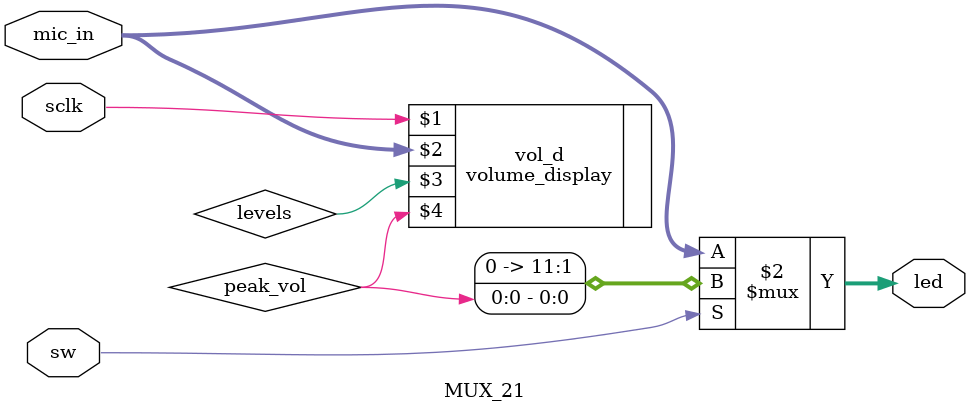
<source format=v>
`timescale 1ns / 1ps


module MUX_21(
    input sw,
    input sclk,
    input [11:0] mic_in,
    output [11:0] led
    );
    wire levels, peak_vol;
    volume_display vol_d(sclk, mic_in, levels, peak_vol);
    assign led = sw ? peak_vol : mic_in;
endmodule

</source>
